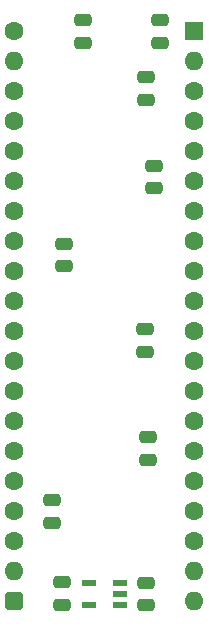
<source format=gbr>
%TF.GenerationSoftware,KiCad,Pcbnew,7.0.5*%
%TF.CreationDate,2024-01-10T12:43:25+02:00*%
%TF.ProjectId,HCP65 Device Interrupts,48435036-3520-4446-9576-69636520496e,rev?*%
%TF.SameCoordinates,Original*%
%TF.FileFunction,Soldermask,Bot*%
%TF.FilePolarity,Negative*%
%FSLAX46Y46*%
G04 Gerber Fmt 4.6, Leading zero omitted, Abs format (unit mm)*
G04 Created by KiCad (PCBNEW 7.0.5) date 2024-01-10 12:43:25*
%MOMM*%
%LPD*%
G01*
G04 APERTURE LIST*
G04 Aperture macros list*
%AMRoundRect*
0 Rectangle with rounded corners*
0 $1 Rounding radius*
0 $2 $3 $4 $5 $6 $7 $8 $9 X,Y pos of 4 corners*
0 Add a 4 corners polygon primitive as box body*
4,1,4,$2,$3,$4,$5,$6,$7,$8,$9,$2,$3,0*
0 Add four circle primitives for the rounded corners*
1,1,$1+$1,$2,$3*
1,1,$1+$1,$4,$5*
1,1,$1+$1,$6,$7*
1,1,$1+$1,$8,$9*
0 Add four rect primitives between the rounded corners*
20,1,$1+$1,$2,$3,$4,$5,0*
20,1,$1+$1,$4,$5,$6,$7,0*
20,1,$1+$1,$6,$7,$8,$9,0*
20,1,$1+$1,$8,$9,$2,$3,0*%
G04 Aperture macros list end*
%ADD10C,1.600000*%
%ADD11O,1.600000X1.600000*%
%ADD12RoundRect,0.400000X-0.400000X-0.400000X0.400000X-0.400000X0.400000X0.400000X-0.400000X0.400000X0*%
%ADD13R,1.600000X1.600000*%
%ADD14RoundRect,0.250000X-0.475000X0.250000X-0.475000X-0.250000X0.475000X-0.250000X0.475000X0.250000X0*%
%ADD15R,1.150000X0.600000*%
%ADD16RoundRect,0.250000X0.475000X-0.250000X0.475000X0.250000X-0.475000X0.250000X-0.475000X-0.250000X0*%
G04 APERTURE END LIST*
D10*
%TO.C,J2*%
X86360000Y-71120000D03*
D11*
X86360000Y-73660000D03*
D10*
X86360000Y-76200000D03*
X86360000Y-78740000D03*
X86360000Y-81280000D03*
X86360000Y-83820000D03*
X86360000Y-86360000D03*
X86360000Y-88900000D03*
X86360000Y-91440000D03*
X86360000Y-93980000D03*
X86360000Y-96520000D03*
X86360000Y-99060000D03*
X86360000Y-101600000D03*
X86360000Y-104140000D03*
X86360000Y-106680000D03*
X86360000Y-109220000D03*
X86360000Y-111760000D03*
X86360000Y-114300000D03*
D11*
X86360000Y-116840000D03*
D12*
X86360000Y-119380000D03*
D11*
X101600000Y-119380000D03*
X101600000Y-116840000D03*
D10*
X101600000Y-114300000D03*
X101600000Y-111760000D03*
X101600000Y-109220000D03*
X101600000Y-106680000D03*
X101600000Y-104140000D03*
X101600000Y-101600000D03*
X101600000Y-99060000D03*
X101600000Y-96520000D03*
X101600000Y-93980000D03*
X101600000Y-91440000D03*
X101600000Y-88900000D03*
X101600000Y-86360000D03*
X101600000Y-83820000D03*
X101600000Y-81280000D03*
X101600000Y-78740000D03*
X101600000Y-76200000D03*
D11*
X101600000Y-73660000D03*
D13*
X101600000Y-71120000D03*
%TD*%
D14*
%TO.C,C4*%
X98679000Y-70186000D03*
X98679000Y-72086000D03*
%TD*%
%TO.C,C10*%
X97536000Y-117811000D03*
X97536000Y-119711000D03*
%TD*%
D15*
%TO.C,IC11*%
X95280000Y-117795000D03*
X95280000Y-118745000D03*
X95280000Y-119695000D03*
X92680000Y-119695000D03*
X92680000Y-117795000D03*
%TD*%
D14*
%TO.C,C12*%
X92202000Y-70186000D03*
X92202000Y-72086000D03*
%TD*%
%TO.C,C7*%
X90551000Y-89109000D03*
X90551000Y-91009000D03*
%TD*%
%TO.C,C5*%
X89535000Y-110826000D03*
X89535000Y-112726000D03*
%TD*%
%TO.C,C6*%
X97536000Y-75012000D03*
X97536000Y-76912000D03*
%TD*%
%TO.C,C11*%
X97409000Y-96348000D03*
X97409000Y-98248000D03*
%TD*%
%TO.C,C2*%
X97663000Y-105492000D03*
X97663000Y-107392000D03*
%TD*%
D16*
%TO.C,C9*%
X90424000Y-119679000D03*
X90424000Y-117779000D03*
%TD*%
D14*
%TO.C,C3*%
X98171000Y-82505000D03*
X98171000Y-84405000D03*
%TD*%
M02*

</source>
